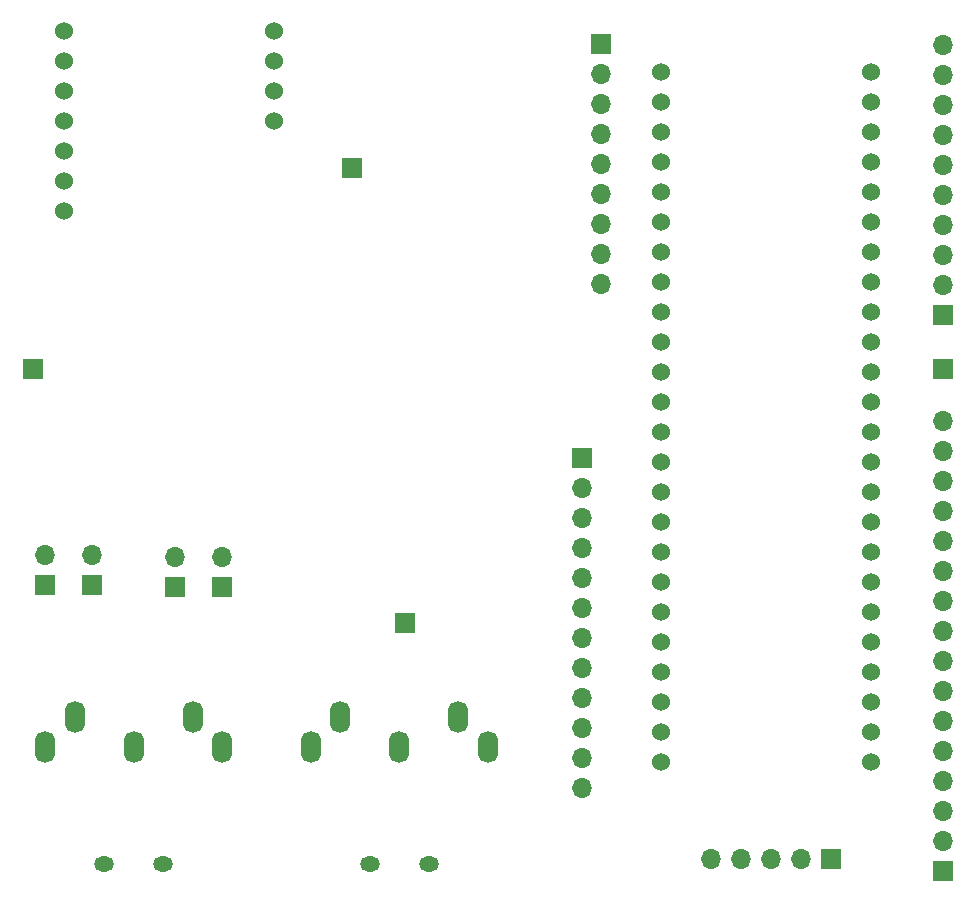
<source format=gbr>
%TF.GenerationSoftware,KiCad,Pcbnew,6.0.11+dfsg-1*%
%TF.CreationDate,2024-04-01T21:04:22+01:00*%
%TF.ProjectId,filestick-prototype,66696c65-7374-4696-936b-2d70726f746f,rev?*%
%TF.SameCoordinates,Original*%
%TF.FileFunction,Soldermask,Bot*%
%TF.FilePolarity,Negative*%
%FSLAX46Y46*%
G04 Gerber Fmt 4.6, Leading zero omitted, Abs format (unit mm)*
G04 Created by KiCad (PCBNEW 6.0.11+dfsg-1) date 2024-04-01 21:04:22*
%MOMM*%
%LPD*%
G01*
G04 APERTURE LIST*
%ADD10O,1.700000X2.700000*%
%ADD11O,1.700000X1.300000*%
%ADD12R,1.700000X1.700000*%
%ADD13O,1.700000X1.700000*%
%ADD14C,1.524000*%
G04 APERTURE END LIST*
D10*
%TO.C,J1*%
X131500000Y-114005000D03*
X139000000Y-114005000D03*
X146500000Y-114005000D03*
X134000000Y-111505000D03*
X144000000Y-111505000D03*
D11*
X141500000Y-123905000D03*
X136500000Y-123905000D03*
%TD*%
D12*
%TO.C,TP2*%
X154500000Y-89525000D03*
D13*
X154500000Y-92065000D03*
X154500000Y-94605000D03*
X154500000Y-97145000D03*
X154500000Y-99685000D03*
X154500000Y-102225000D03*
X154500000Y-104765000D03*
X154500000Y-107305000D03*
X154500000Y-109845000D03*
X154500000Y-112385000D03*
X154500000Y-114925000D03*
X154500000Y-117465000D03*
%TD*%
D12*
%TO.C,TP3*%
X185000000Y-82000000D03*
%TD*%
%TO.C,JP1*%
X124000000Y-100500000D03*
D13*
X124000000Y-97960000D03*
%TD*%
D10*
%TO.C,J2*%
X109000000Y-114005000D03*
X116500000Y-114005000D03*
X124000000Y-114005000D03*
X111500000Y-111505000D03*
X121500000Y-111505000D03*
D11*
X119000000Y-123905000D03*
X114000000Y-123905000D03*
%TD*%
D14*
%TO.C,U5*%
X110610000Y-53357500D03*
X110610000Y-55897500D03*
X110610000Y-58437500D03*
X110610000Y-60977500D03*
X110610000Y-63517500D03*
X110610000Y-66057500D03*
X110610000Y-68597500D03*
X128390000Y-60977500D03*
X128390000Y-58437500D03*
X128390000Y-55897500D03*
X128390000Y-53357500D03*
%TD*%
D12*
%TO.C,J3*%
X156060000Y-54530000D03*
D13*
X156060000Y-57070000D03*
X156060000Y-59610000D03*
X156060000Y-62150000D03*
X156060000Y-64690000D03*
X156060000Y-67230000D03*
X156060000Y-69770000D03*
X156060000Y-72310000D03*
X156060000Y-74850000D03*
%TD*%
D12*
%TO.C,JP3*%
X109000000Y-100275000D03*
D13*
X109000000Y-97735000D03*
%TD*%
D12*
%TO.C,J5*%
X185000000Y-124550000D03*
D13*
X185000000Y-122010000D03*
X185000000Y-119470000D03*
X185000000Y-116930000D03*
X185000000Y-114390000D03*
X185000000Y-111850000D03*
X185000000Y-109310000D03*
X185000000Y-106770000D03*
X185000000Y-104230000D03*
X185000000Y-101690000D03*
X185000000Y-99150000D03*
X185000000Y-96610000D03*
X185000000Y-94070000D03*
X185000000Y-91530000D03*
X185000000Y-88990000D03*
X185000000Y-86450000D03*
%TD*%
D12*
%TO.C,JP4*%
X113000000Y-100275000D03*
D13*
X113000000Y-97735000D03*
%TD*%
D14*
%TO.C,U4*%
X161140000Y-56870000D03*
X161140000Y-59410000D03*
X161140000Y-61950000D03*
X161140000Y-64490000D03*
X161140000Y-67030000D03*
X161140000Y-69570000D03*
X161140000Y-72110000D03*
X161140000Y-74650000D03*
X161140000Y-77190000D03*
X161140000Y-79730000D03*
X161140000Y-82270000D03*
X161140000Y-84810000D03*
X161140000Y-87350000D03*
X161140000Y-89890000D03*
X161140000Y-92430000D03*
X161140000Y-94970000D03*
X161140000Y-97510000D03*
X161140000Y-100050000D03*
X161140000Y-102590000D03*
X161140000Y-105130000D03*
X161140000Y-107670000D03*
X161140000Y-110210000D03*
X161140000Y-112750000D03*
X161140000Y-115290000D03*
X178920000Y-115290000D03*
X178920000Y-112750000D03*
X178920000Y-110210000D03*
X178920000Y-107670000D03*
X178920000Y-105130000D03*
X178920000Y-102590000D03*
X178920000Y-100050000D03*
X178920000Y-97510000D03*
X178920000Y-94970000D03*
X178920000Y-92430000D03*
X178920000Y-89890000D03*
X178920000Y-87350000D03*
X178920000Y-84810000D03*
X178920000Y-82270000D03*
X178920000Y-79730000D03*
X178920000Y-77190000D03*
X178920000Y-74650000D03*
X178920000Y-72110000D03*
X178920000Y-69570000D03*
X178920000Y-67030000D03*
X178920000Y-64490000D03*
X178920000Y-61950000D03*
X178920000Y-59410000D03*
X178920000Y-56870000D03*
%TD*%
D12*
%TO.C,JP2*%
X120000000Y-100500000D03*
D13*
X120000000Y-97960000D03*
%TD*%
D12*
%TO.C,J6*%
X185000000Y-77425000D03*
D13*
X185000000Y-74885000D03*
X185000000Y-72345000D03*
X185000000Y-69805000D03*
X185000000Y-67265000D03*
X185000000Y-64725000D03*
X185000000Y-62185000D03*
X185000000Y-59645000D03*
X185000000Y-57105000D03*
X185000000Y-54565000D03*
%TD*%
D12*
%TO.C,TP4*%
X135000000Y-65000000D03*
%TD*%
%TO.C,TP5*%
X139500000Y-103500000D03*
%TD*%
%TO.C,J4*%
X175575000Y-123500000D03*
D13*
X173035000Y-123500000D03*
X170495000Y-123500000D03*
X167955000Y-123500000D03*
X165415000Y-123500000D03*
%TD*%
D12*
%TO.C,TP1*%
X108000000Y-82000000D03*
%TD*%
M02*

</source>
